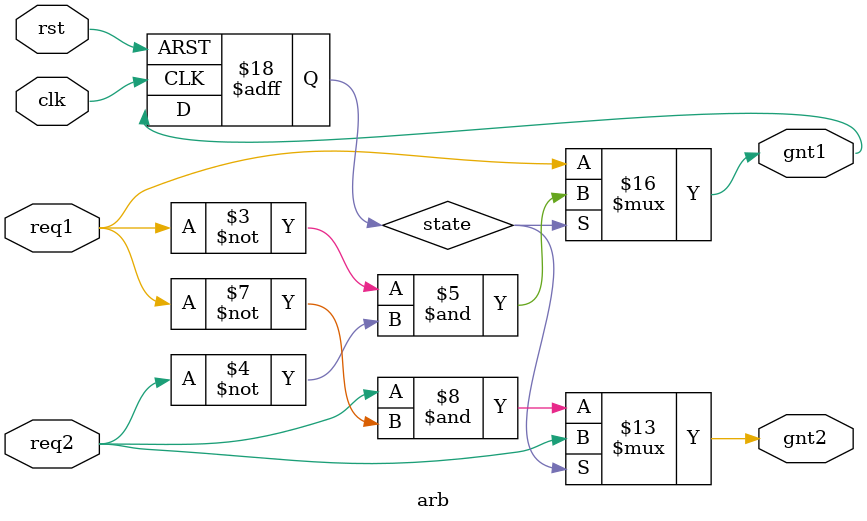
<source format=v>
module arb(clk, rst, req1, req2, gnt1, gnt2);
input clk, rst, req1, req2;
output gnt1, gnt2;
reg state, gnt1, gnt2;
always @ (posedge clk or posedge rst)
    if (rst)
        state <= 0;
    else
        state <= gnt1;
always @ (*)
    if (state) begin
        gnt1 = ~req1 & ~req2;
        gnt2 = req2;
	
        // Assert 1: assert(req2 == gnt2)
        //assert(req2 == gnt2);
		if (req2 != gnt2) 
			$display("Erro1");
        
    end
    else begin
        gnt1 = req1;
        gnt2 = req2 & ~req1;
    end

// Assert 2: assert property(gnt1|->~gnt2)
//assert property (gnt1 |-> ~gnt2);
always @ (*)
    if (gnt1)
        if (gnt2)
			$display("Erro2");

always @ (*)
    if (gnt1)
        if (gnt2 != req2)
			$display("Erro3");

endmodule
</source>
